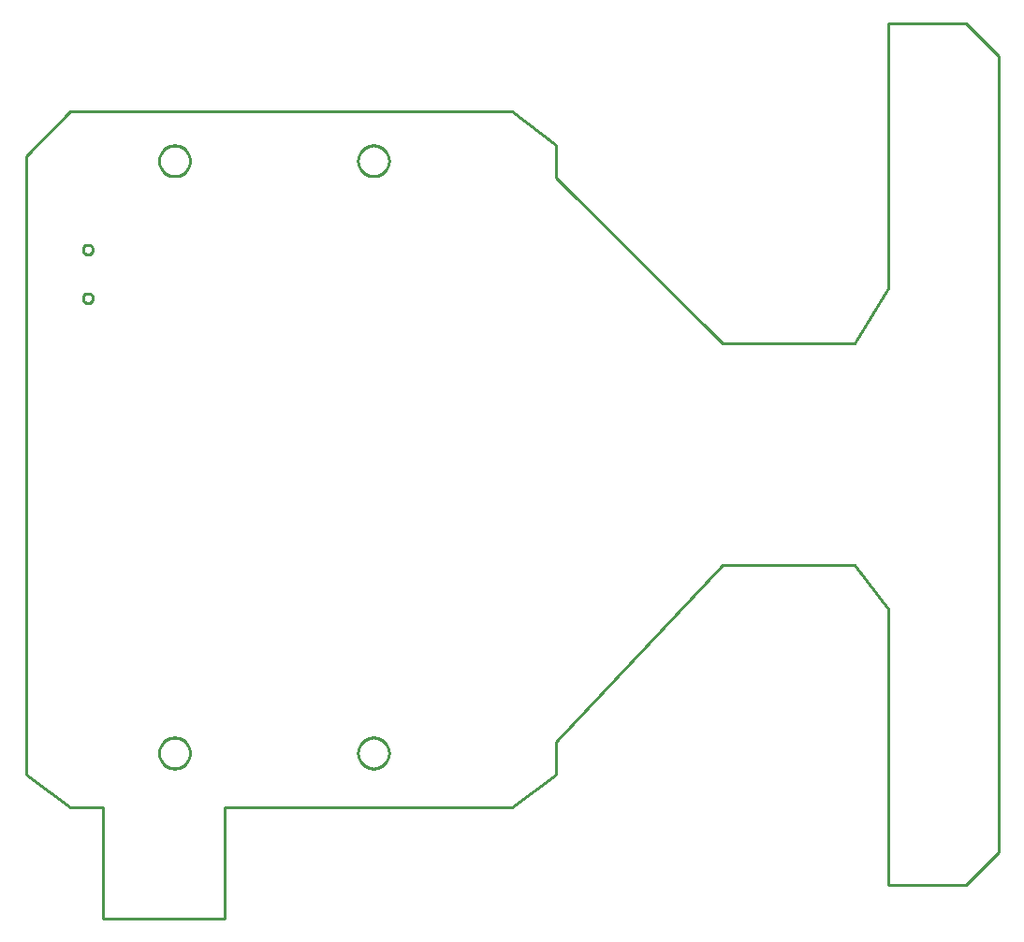
<source format=gbr>
G04 EAGLE Gerber RS-274X export*
G75*
%MOMM*%
%FSLAX34Y34*%
%LPD*%
%IN*%
%IPPOS*%
%AMOC8*
5,1,8,0,0,1.08239X$1,22.5*%
G01*
%ADD10C,0.254000*%


D10*
X0Y140000D02*
X40000Y110000D01*
X70000Y110000D01*
X70000Y10000D01*
X180000Y10000D01*
X180000Y110000D01*
X440000Y110000D01*
X480000Y140000D01*
X480000Y170000D01*
X630000Y330000D01*
X750000Y330000D01*
X780000Y290000D01*
X780000Y40000D01*
X850000Y40000D01*
X880000Y70000D01*
X880000Y790000D01*
X850000Y820000D01*
X780000Y820000D01*
X780000Y580000D01*
X750000Y530000D01*
X630000Y530000D01*
X480000Y680000D01*
X480000Y710000D01*
X440000Y740000D01*
X40000Y740000D01*
X0Y700000D01*
X0Y140000D01*
X60644Y614761D02*
X60567Y614176D01*
X60414Y613606D01*
X60189Y613061D01*
X59894Y612551D01*
X59535Y612083D01*
X59117Y611665D01*
X58649Y611306D01*
X58139Y611011D01*
X57594Y610786D01*
X57024Y610633D01*
X56439Y610556D01*
X55849Y610556D01*
X55264Y610633D01*
X54694Y610786D01*
X54149Y611011D01*
X53639Y611306D01*
X53171Y611665D01*
X52753Y612083D01*
X52394Y612551D01*
X52099Y613061D01*
X51874Y613606D01*
X51721Y614176D01*
X51644Y614761D01*
X51644Y615351D01*
X51721Y615936D01*
X51874Y616506D01*
X52099Y617051D01*
X52394Y617561D01*
X52753Y618029D01*
X53171Y618447D01*
X53639Y618806D01*
X54149Y619101D01*
X54694Y619326D01*
X55264Y619479D01*
X55849Y619556D01*
X56439Y619556D01*
X57024Y619479D01*
X57594Y619326D01*
X58139Y619101D01*
X58649Y618806D01*
X59117Y618447D01*
X59535Y618029D01*
X59894Y617561D01*
X60189Y617051D01*
X60414Y616506D01*
X60567Y615936D01*
X60644Y615351D01*
X60644Y614761D01*
X60644Y570761D02*
X60567Y570176D01*
X60414Y569606D01*
X60189Y569061D01*
X59894Y568551D01*
X59535Y568083D01*
X59117Y567665D01*
X58649Y567306D01*
X58139Y567011D01*
X57594Y566786D01*
X57024Y566633D01*
X56439Y566556D01*
X55849Y566556D01*
X55264Y566633D01*
X54694Y566786D01*
X54149Y567011D01*
X53639Y567306D01*
X53171Y567665D01*
X52753Y568083D01*
X52394Y568551D01*
X52099Y569061D01*
X51874Y569606D01*
X51721Y570176D01*
X51644Y570761D01*
X51644Y571351D01*
X51721Y571936D01*
X51874Y572506D01*
X52099Y573051D01*
X52394Y573561D01*
X52753Y574029D01*
X53171Y574447D01*
X53639Y574806D01*
X54149Y575101D01*
X54694Y575326D01*
X55264Y575479D01*
X55849Y575556D01*
X56439Y575556D01*
X57024Y575479D01*
X57594Y575326D01*
X58139Y575101D01*
X58649Y574806D01*
X59117Y574447D01*
X59535Y574029D01*
X59894Y573561D01*
X60189Y573051D01*
X60414Y572506D01*
X60567Y571936D01*
X60644Y571351D01*
X60644Y570761D01*
X148480Y694908D02*
X148409Y693911D01*
X148266Y692921D01*
X148054Y691944D01*
X147772Y690984D01*
X147423Y690047D01*
X147007Y689137D01*
X146528Y688260D01*
X145987Y687418D01*
X145388Y686618D01*
X144733Y685862D01*
X144026Y685155D01*
X143270Y684500D01*
X142470Y683901D01*
X141628Y683360D01*
X140751Y682881D01*
X139841Y682465D01*
X138904Y682116D01*
X137945Y681834D01*
X136967Y681622D01*
X135978Y681479D01*
X134980Y681408D01*
X133980Y681408D01*
X132983Y681479D01*
X131993Y681622D01*
X131016Y681834D01*
X130056Y682116D01*
X129119Y682465D01*
X128209Y682881D01*
X127332Y683360D01*
X126490Y683901D01*
X125690Y684500D01*
X124934Y685155D01*
X124227Y685862D01*
X123572Y686618D01*
X122973Y687418D01*
X122432Y688260D01*
X121953Y689137D01*
X121537Y690047D01*
X121188Y690984D01*
X120906Y691944D01*
X120694Y692921D01*
X120551Y693911D01*
X120480Y694908D01*
X120480Y695908D01*
X120551Y696906D01*
X120694Y697895D01*
X120906Y698873D01*
X121188Y699832D01*
X121537Y700769D01*
X121953Y701679D01*
X122432Y702556D01*
X122973Y703398D01*
X123572Y704198D01*
X124227Y704954D01*
X124934Y705661D01*
X125690Y706316D01*
X126490Y706915D01*
X127332Y707456D01*
X128209Y707935D01*
X129119Y708351D01*
X130056Y708700D01*
X131016Y708982D01*
X131993Y709194D01*
X132983Y709337D01*
X133980Y709408D01*
X134980Y709408D01*
X135978Y709337D01*
X136967Y709194D01*
X137945Y708982D01*
X138904Y708700D01*
X139841Y708351D01*
X140751Y707935D01*
X141628Y707456D01*
X142470Y706915D01*
X143270Y706316D01*
X144026Y705661D01*
X144733Y704954D01*
X145388Y704198D01*
X145987Y703398D01*
X146528Y702556D01*
X147007Y701679D01*
X147423Y700769D01*
X147772Y699832D01*
X148054Y698873D01*
X148266Y697895D01*
X148409Y696906D01*
X148480Y695908D01*
X148480Y694908D01*
X328480Y694908D02*
X328409Y693911D01*
X328266Y692921D01*
X328054Y691944D01*
X327772Y690984D01*
X327423Y690047D01*
X327007Y689137D01*
X326528Y688260D01*
X325987Y687418D01*
X325388Y686618D01*
X324733Y685862D01*
X324026Y685155D01*
X323270Y684500D01*
X322470Y683901D01*
X321628Y683360D01*
X320751Y682881D01*
X319841Y682465D01*
X318904Y682116D01*
X317945Y681834D01*
X316967Y681622D01*
X315978Y681479D01*
X314980Y681408D01*
X313980Y681408D01*
X312983Y681479D01*
X311993Y681622D01*
X311016Y681834D01*
X310056Y682116D01*
X309119Y682465D01*
X308209Y682881D01*
X307332Y683360D01*
X306490Y683901D01*
X305690Y684500D01*
X304934Y685155D01*
X304227Y685862D01*
X303572Y686618D01*
X302973Y687418D01*
X302432Y688260D01*
X301953Y689137D01*
X301537Y690047D01*
X301188Y690984D01*
X300906Y691944D01*
X300694Y692921D01*
X300551Y693911D01*
X300480Y694908D01*
X300480Y695908D01*
X300551Y696906D01*
X300694Y697895D01*
X300906Y698873D01*
X301188Y699832D01*
X301537Y700769D01*
X301953Y701679D01*
X302432Y702556D01*
X302973Y703398D01*
X303572Y704198D01*
X304227Y704954D01*
X304934Y705661D01*
X305690Y706316D01*
X306490Y706915D01*
X307332Y707456D01*
X308209Y707935D01*
X309119Y708351D01*
X310056Y708700D01*
X311016Y708982D01*
X311993Y709194D01*
X312983Y709337D01*
X313980Y709408D01*
X314980Y709408D01*
X315978Y709337D01*
X316967Y709194D01*
X317945Y708982D01*
X318904Y708700D01*
X319841Y708351D01*
X320751Y707935D01*
X321628Y707456D01*
X322470Y706915D01*
X323270Y706316D01*
X324026Y705661D01*
X324733Y704954D01*
X325388Y704198D01*
X325987Y703398D01*
X326528Y702556D01*
X327007Y701679D01*
X327423Y700769D01*
X327772Y699832D01*
X328054Y698873D01*
X328266Y697895D01*
X328409Y696906D01*
X328480Y695908D01*
X328480Y694908D01*
X300480Y159940D02*
X300551Y160938D01*
X300694Y161927D01*
X300906Y162905D01*
X301188Y163864D01*
X301537Y164801D01*
X301953Y165711D01*
X302432Y166588D01*
X302973Y167430D01*
X303572Y168230D01*
X304227Y168986D01*
X304934Y169693D01*
X305690Y170348D01*
X306490Y170947D01*
X307332Y171488D01*
X308209Y171967D01*
X309119Y172383D01*
X310056Y172732D01*
X311016Y173014D01*
X311993Y173226D01*
X312983Y173369D01*
X313980Y173440D01*
X314980Y173440D01*
X315978Y173369D01*
X316967Y173226D01*
X317945Y173014D01*
X318904Y172732D01*
X319841Y172383D01*
X320751Y171967D01*
X321628Y171488D01*
X322470Y170947D01*
X323270Y170348D01*
X324026Y169693D01*
X324733Y168986D01*
X325388Y168230D01*
X325987Y167430D01*
X326528Y166588D01*
X327007Y165711D01*
X327423Y164801D01*
X327772Y163864D01*
X328054Y162905D01*
X328266Y161927D01*
X328409Y160938D01*
X328480Y159940D01*
X328480Y158940D01*
X328409Y157943D01*
X328266Y156953D01*
X328054Y155976D01*
X327772Y155016D01*
X327423Y154079D01*
X327007Y153169D01*
X326528Y152292D01*
X325987Y151450D01*
X325388Y150650D01*
X324733Y149894D01*
X324026Y149187D01*
X323270Y148532D01*
X322470Y147933D01*
X321628Y147392D01*
X320751Y146913D01*
X319841Y146497D01*
X318904Y146148D01*
X317945Y145866D01*
X316967Y145654D01*
X315978Y145511D01*
X314980Y145440D01*
X313980Y145440D01*
X312983Y145511D01*
X311993Y145654D01*
X311016Y145866D01*
X310056Y146148D01*
X309119Y146497D01*
X308209Y146913D01*
X307332Y147392D01*
X306490Y147933D01*
X305690Y148532D01*
X304934Y149187D01*
X304227Y149894D01*
X303572Y150650D01*
X302973Y151450D01*
X302432Y152292D01*
X301953Y153169D01*
X301537Y154079D01*
X301188Y155016D01*
X300906Y155976D01*
X300694Y156953D01*
X300551Y157943D01*
X300480Y158940D01*
X300480Y159940D01*
X120480Y159940D02*
X120551Y160938D01*
X120694Y161927D01*
X120906Y162905D01*
X121188Y163864D01*
X121537Y164801D01*
X121953Y165711D01*
X122432Y166588D01*
X122973Y167430D01*
X123572Y168230D01*
X124227Y168986D01*
X124934Y169693D01*
X125690Y170348D01*
X126490Y170947D01*
X127332Y171488D01*
X128209Y171967D01*
X129119Y172383D01*
X130056Y172732D01*
X131016Y173014D01*
X131993Y173226D01*
X132983Y173369D01*
X133980Y173440D01*
X134980Y173440D01*
X135978Y173369D01*
X136967Y173226D01*
X137945Y173014D01*
X138904Y172732D01*
X139841Y172383D01*
X140751Y171967D01*
X141628Y171488D01*
X142470Y170947D01*
X143270Y170348D01*
X144026Y169693D01*
X144733Y168986D01*
X145388Y168230D01*
X145987Y167430D01*
X146528Y166588D01*
X147007Y165711D01*
X147423Y164801D01*
X147772Y163864D01*
X148054Y162905D01*
X148266Y161927D01*
X148409Y160938D01*
X148480Y159940D01*
X148480Y158940D01*
X148409Y157943D01*
X148266Y156953D01*
X148054Y155976D01*
X147772Y155016D01*
X147423Y154079D01*
X147007Y153169D01*
X146528Y152292D01*
X145987Y151450D01*
X145388Y150650D01*
X144733Y149894D01*
X144026Y149187D01*
X143270Y148532D01*
X142470Y147933D01*
X141628Y147392D01*
X140751Y146913D01*
X139841Y146497D01*
X138904Y146148D01*
X137945Y145866D01*
X136967Y145654D01*
X135978Y145511D01*
X134980Y145440D01*
X133980Y145440D01*
X132983Y145511D01*
X131993Y145654D01*
X131016Y145866D01*
X130056Y146148D01*
X129119Y146497D01*
X128209Y146913D01*
X127332Y147392D01*
X126490Y147933D01*
X125690Y148532D01*
X124934Y149187D01*
X124227Y149894D01*
X123572Y150650D01*
X122973Y151450D01*
X122432Y152292D01*
X121953Y153169D01*
X121537Y154079D01*
X121188Y155016D01*
X120906Y155976D01*
X120694Y156953D01*
X120551Y157943D01*
X120480Y158940D01*
X120480Y159940D01*
M02*

</source>
